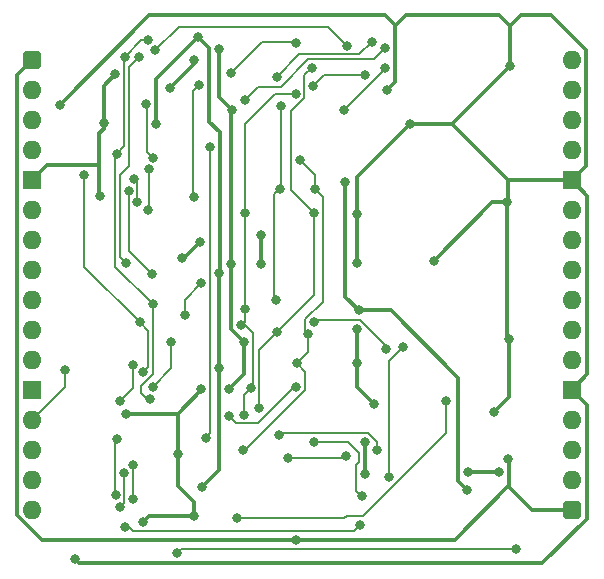
<source format=gbl>
%TF.GenerationSoftware,KiCad,Pcbnew,8.0.4*%
%TF.CreationDate,2024-09-09T19:28:37+02:00*%
%TF.ProjectId,Main Memory Abort,4d61696e-204d-4656-9d6f-72792041626f,V0*%
%TF.SameCoordinates,PX54c81a0PY37b6b20*%
%TF.FileFunction,Copper,L2,Bot*%
%TF.FilePolarity,Positive*%
%FSLAX46Y46*%
G04 Gerber Fmt 4.6, Leading zero omitted, Abs format (unit mm)*
G04 Created by KiCad (PCBNEW 8.0.4) date 2024-09-09 19:28:37*
%MOMM*%
%LPD*%
G01*
G04 APERTURE LIST*
G04 Aperture macros list*
%AMRoundRect*
0 Rectangle with rounded corners*
0 $1 Rounding radius*
0 $2 $3 $4 $5 $6 $7 $8 $9 X,Y pos of 4 corners*
0 Add a 4 corners polygon primitive as box body*
4,1,4,$2,$3,$4,$5,$6,$7,$8,$9,$2,$3,0*
0 Add four circle primitives for the rounded corners*
1,1,$1+$1,$2,$3*
1,1,$1+$1,$4,$5*
1,1,$1+$1,$6,$7*
1,1,$1+$1,$8,$9*
0 Add four rect primitives between the rounded corners*
20,1,$1+$1,$2,$3,$4,$5,0*
20,1,$1+$1,$4,$5,$6,$7,0*
20,1,$1+$1,$6,$7,$8,$9,0*
20,1,$1+$1,$8,$9,$2,$3,0*%
G04 Aperture macros list end*
%TA.AperFunction,ComponentPad*%
%ADD10RoundRect,0.400000X0.400000X0.400000X-0.400000X0.400000X-0.400000X-0.400000X0.400000X-0.400000X0*%
%TD*%
%TA.AperFunction,ComponentPad*%
%ADD11O,1.600000X1.600000*%
%TD*%
%TA.AperFunction,ComponentPad*%
%ADD12R,1.600000X1.600000*%
%TD*%
%TA.AperFunction,ComponentPad*%
%ADD13RoundRect,0.400000X-0.400000X-0.400000X0.400000X-0.400000X0.400000X0.400000X-0.400000X0.400000X0*%
%TD*%
%TA.AperFunction,ViaPad*%
%ADD14C,0.800000*%
%TD*%
%TA.AperFunction,Conductor*%
%ADD15C,0.200000*%
%TD*%
%TA.AperFunction,Conductor*%
%ADD16C,0.380000*%
%TD*%
G04 APERTURE END LIST*
D10*
%TO.P,J3,1,Pin_1*%
%TO.N,5V*%
X45720000Y-38100000D03*
D11*
%TO.P,J3,2,Pin_2*%
%TO.N,unconnected-(J3-Pin_2-Pad2)*%
X45720000Y-35560000D03*
%TO.P,J3,3,Pin_3*%
%TO.N,unconnected-(J3-Pin_3-Pad3)*%
X45720000Y-33020001D03*
%TO.P,J3,4,Pin_4*%
%TO.N,~{Set Contention}*%
X45720000Y-30480000D03*
D12*
%TO.P,J3,5,Pin_5*%
%TO.N,GND*%
X45720000Y-27940000D03*
D11*
%TO.P,J3,6,Pin_6*%
%TO.N,unconnected-(J3-Pin_6-Pad6)*%
X45720000Y-25400000D03*
%TO.P,J3,7,Pin_7*%
%TO.N,unconnected-(J3-Pin_7-Pad7)*%
X45720000Y-22860000D03*
%TO.P,J3,8,Pin_8*%
%TO.N,unconnected-(J3-Pin_8-Pad8)*%
X45720000Y-20319999D03*
%TO.P,J3,9,Pin_9*%
%TO.N,unconnected-(J3-Pin_9-Pad9)*%
X45720000Y-17780000D03*
%TO.P,J3,10,Pin_10*%
%TO.N,unconnected-(J3-Pin_10-Pad10)*%
X45720000Y-15240000D03*
%TO.P,J3,11,Pin_11*%
%TO.N,unconnected-(J3-Pin_11-Pad11)*%
X45720000Y-12700000D03*
D12*
%TO.P,J3,12,Pin_12*%
%TO.N,GND*%
X45720000Y-10160001D03*
D11*
%TO.P,J3,13,Pin_13*%
%TO.N,unconnected-(J3-Pin_13-Pad13)*%
X45720000Y-7620000D03*
%TO.P,J3,14,Pin_14*%
%TO.N,unconnected-(J3-Pin_14-Pad14)*%
X45720000Y-5080000D03*
%TO.P,J3,15,Pin_15*%
%TO.N,unconnected-(J3-Pin_15-Pad15)*%
X45720000Y-2540000D03*
%TO.P,J3,16,Pin_16*%
%TO.N,unconnected-(J3-Pin_16-Pad16)*%
X45720000Y-1D03*
%TD*%
D13*
%TO.P,J1,1,Pin_1*%
%TO.N,5V*%
X0Y0D03*
D11*
%TO.P,J1,2,Pin_2*%
%TO.N,unconnected-(J1-Pin_2-Pad2)*%
X0Y-2540000D03*
%TO.P,J1,3,Pin_3*%
%TO.N,unconnected-(J1-Pin_3-Pad3)*%
X0Y-5080000D03*
%TO.P,J1,4,Pin_4*%
%TO.N,~{Main}0*%
X0Y-7620000D03*
D12*
%TO.P,J1,5,Pin_5*%
%TO.N,GND*%
X0Y-10160000D03*
D11*
%TO.P,J1,6,Pin_6*%
%TO.N,~{Main}1*%
X0Y-12700000D03*
%TO.P,J1,7,Pin_7*%
%TO.N,~{Main}2*%
X0Y-15240000D03*
%TO.P,J1,8,Pin_8*%
%TO.N,~{Main}3*%
X0Y-17780000D03*
%TO.P,J1,9,Pin_9*%
%TO.N,~{Main}4*%
X0Y-20320000D03*
%TO.P,J1,10,Pin_10*%
%TO.N,~{Main}5*%
X0Y-22860000D03*
%TO.P,J1,11,Pin_11*%
%TO.N,~{Main}6*%
X0Y-25400000D03*
D12*
%TO.P,J1,12,Pin_12*%
%TO.N,GND*%
X0Y-27940000D03*
D11*
%TO.P,J1,13,Pin_13*%
%TO.N,~{Main}7*%
X0Y-30480000D03*
%TO.P,J1,14,Pin_14*%
%TO.N,unconnected-(J1-Pin_14-Pad14)*%
X0Y-33020000D03*
%TO.P,J1,15,Pin_15*%
%TO.N,unconnected-(J1-Pin_15-Pad15)*%
X0Y-35560000D03*
%TO.P,J1,16,Pin_16*%
%TO.N,unconnected-(J1-Pin_16-Pad16)*%
X0Y-38100000D03*
%TD*%
D14*
%TO.N,~{Set Contention}*%
X41021000Y-41384000D03*
%TO.N,GND*%
X3683000Y-42291000D03*
X30099000Y-2540000D03*
X2413000Y-3810000D03*
X12359508Y-33401000D03*
%TO.N,/(~{0+1})\u2022(~{0+2})\u2022(~{0+3})\u2022(~{0+4})\u2022(~{0+5})\u2022(~{0+6})\u2022(~{0+7})\u2022(~{6+7})*%
X7811529Y-34979377D03*
%TO.N,Net-(IC13-Y)*%
X7238999Y-32131001D03*
X14732000Y-32004000D03*
%TO.N,GND*%
X28956000Y-29174000D03*
%TO.N,/~{1+6}*%
X8656548Y-10110737D03*
X8932636Y-12065000D03*
%TO.N,GND*%
X12752029Y-16749000D03*
X14242695Y-15418730D03*
%TO.N,~{Main}7*%
X2794000Y-26289000D03*
%TO.N,GND*%
X16867700Y-17272000D03*
X19431000Y-14859000D03*
X19431000Y-17272000D03*
X34036000Y-17018000D03*
X40259000Y-12065002D03*
X36957000Y-34925000D03*
X39576690Y-34920014D03*
X28194006Y-35052006D03*
X28194000Y-32385000D03*
%TO.N,Net-(IC14-Y)*%
X30226000Y-35306000D03*
X8603530Y-34290000D03*
%TO.N,GND*%
X11684000Y-2413000D03*
X13716004Y-8D03*
%TO.N,/3.3V*%
X10540988Y-5461000D03*
%TO.N,GND*%
X6096000Y-5334000D03*
%TO.N,/~{Main}B5*%
X10242716Y-8299284D03*
X9700571Y-3779996D03*
%TO.N,GND*%
X8000996Y-29971992D03*
X14351000Y-27853500D03*
%TO.N,/~{Main}B6*%
X14379145Y-18894855D03*
X12954000Y-21590000D03*
%TO.N,GND*%
X40386000Y-23622000D03*
X39144284Y-29790353D03*
X27507828Y-25654000D03*
X27507828Y-22808824D03*
%TO.N,/~{Main}B5*%
X23367998Y-23189827D03*
%TO.N,/~{Main}B6*%
X10030400Y-28714000D03*
X10253498Y-20701000D03*
X9823087Y1635691D03*
X7874000Y254000D03*
X7251000Y-7940999D03*
%TO.N,/(~{0+1})\u2022(~{0+2})\u2022(~{0+3})\u2022(~{0+4})\u2022(~{0+5})\u2022(~{0+6})\u2022(~{0+7})\u2022(~{6+7})*%
X7492232Y-37856875D03*
%TO.N,/(~{1+2})\u2022(~{1+3})\u2022(~{1+4})\u2022(~{1+5})\u2022(~{1+6})\u2022(~{1+7})\u2022(~{5+6})\u2022(~{5+7})*%
X7874000Y-39520624D03*
X27813000Y-39370000D03*
%TO.N,/~{3+5}*%
X26610502Y-33528000D03*
X21685957Y-33686045D03*
%TO.N,/~{3+4}*%
X29216080Y-33006536D03*
X20955000Y-31783100D03*
%TO.N,/~{3+7}*%
X27940000Y-36957000D03*
X23910500Y-32360200D03*
%TO.N,/~{4+5}*%
X7460903Y-28923903D03*
X8570739Y-25868583D03*
%TO.N,/~{4+7}*%
X10251206Y-27687477D03*
X11823031Y-23935219D03*
%TO.N,/~{4+6}*%
X16739600Y-30172700D03*
X22365770Y-27674000D03*
%TO.N,/~{2+6}*%
X29972000Y-24511000D03*
X23946739Y-22241968D03*
%TO.N,/~{5+7}*%
X9906000Y-9271000D03*
X9890504Y-12680994D03*
%TO.N,/~{6+7}*%
X26666300Y1199000D03*
X10462495Y802827D03*
%TO.N,/~{0+7}*%
X22351998Y1397000D03*
X16891497Y-1143503D03*
%TO.N,/~{Main}B5*%
X23950200Y-10919000D03*
X22428385Y-25704615D03*
X17896500Y-33050000D03*
X22733000Y-8509000D03*
%TO.N,/~{0+3}*%
X29894000Y-731880D03*
X26460842Y-4222477D03*
%TO.N,/~{0+2}*%
X29955240Y995700D03*
X18057800Y-3411000D03*
%TO.N,/~{0+4}*%
X28245336Y-1300999D03*
X23826622Y-2201000D03*
%TO.N,/~{0+1}*%
X28829000Y1524000D03*
X20736300Y-1491700D03*
%TO.N,Net-(IC15-Y)*%
X17400700Y-38803400D03*
X35052000Y-28871300D03*
%TO.N,Net-(IC14-Y)*%
X8603530Y-37211000D03*
X31455231Y-24298569D03*
%TO.N,Net-(IC13-Y)*%
X7153530Y-36863000D03*
X15101000Y-7366000D03*
%TO.N,/~{Main}B7*%
X9144000Y-22225000D03*
X9469526Y-26411435D03*
X4445000Y-9779004D03*
%TO.N,/~{Main}B4*%
X19274800Y-29451300D03*
X20770800Y-23087800D03*
X23948300Y-13004700D03*
X23731805Y-701000D03*
%TO.N,/~{Main}B2*%
X20987600Y-10945200D03*
X21123905Y-3886409D03*
X20701000Y-20320000D03*
%TO.N,/~{Main}B1*%
X10167300Y-18121600D03*
X8232636Y-11071364D03*
X13716000Y-11588000D03*
X14208822Y-2099160D03*
%TO.N,/~{Main}B0*%
X9102258Y242000D03*
X8001000Y-17191900D03*
%TO.N,5V*%
X22383545Y-40643400D03*
X40345113Y-33775000D03*
%TO.N,GND*%
X7072595Y-1203156D03*
X16963193Y-4251003D03*
X15891676Y889000D03*
X16715000Y-27853500D03*
X18001100Y-23928300D03*
X27559000Y-13081000D03*
X27559000Y-17179900D03*
X40513000Y-508000D03*
X32004006Y-5461000D03*
X5808000Y-11557000D03*
%TO.N,/~{Main}B3*%
X18056500Y-21071900D03*
X18573000Y-27824000D03*
X17745600Y-22487200D03*
X18056500Y-12970600D03*
X22369948Y-2903052D03*
X17991300Y-30044100D03*
%TO.N,/3.3V*%
X15875000Y-26094650D03*
X27686000Y-21202000D03*
X26543000Y-10384000D03*
X36894318Y-36425000D03*
X14092043Y1942000D03*
X14447794Y-36167030D03*
X15875000Y-18034000D03*
%TO.N,~{Set Contention}*%
X12271320Y-41734000D03*
%TO.N,GND*%
X13716000Y-38608000D03*
X9398000Y-39116000D03*
%TD*%
D15*
%TO.N,/~{Main}B5*%
X23176700Y-27923731D02*
X18050431Y-33050000D01*
X23176700Y-26452930D02*
X23176700Y-27923731D01*
X22428385Y-25704615D02*
X23176700Y-26452930D01*
X18050431Y-33050000D02*
X17896500Y-33050000D01*
X23367998Y-24765002D02*
X23367998Y-23189827D01*
X22428385Y-25704615D02*
X23367998Y-24765002D01*
D16*
%TO.N,GND*%
X27507828Y-27725828D02*
X28956000Y-29174000D01*
X27507828Y-25654000D02*
X27507828Y-27725828D01*
D15*
%TO.N,/~{4+6}*%
X22215500Y-27674000D02*
X22365770Y-27674000D01*
X19143700Y-30745800D02*
X22215500Y-27674000D01*
X17312700Y-30745800D02*
X19143700Y-30745800D01*
X16739600Y-30172700D02*
X17312700Y-30745800D01*
D16*
%TO.N,GND*%
X27507828Y-22808824D02*
X27507828Y-25654000D01*
D15*
%TO.N,/~{Main}B5*%
X23170531Y-22992360D02*
X23367998Y-23189827D01*
X23170531Y-21986297D02*
X23170531Y-22992360D01*
X23950200Y-10919000D02*
X24650000Y-11618800D01*
X24650000Y-20506828D02*
X23170531Y-21986297D01*
X24650000Y-11618800D02*
X24650000Y-20506828D01*
%TO.N,/~{2+6}*%
X24129883Y-22058824D02*
X23946739Y-22241968D01*
X29972000Y-24257000D02*
X27773824Y-22058824D01*
X27773824Y-22058824D02*
X24129883Y-22058824D01*
X29972000Y-24511000D02*
X29972000Y-24257000D01*
%TO.N,/~{Main}B5*%
X23950200Y-9726200D02*
X22733000Y-8509000D01*
X23950200Y-10919000D02*
X23950200Y-9726200D01*
%TO.N,Net-(IC13-Y)*%
X15101000Y-31635000D02*
X15101000Y-7366000D01*
X14732000Y-32004000D02*
X15101000Y-31635000D01*
%TO.N,/~{Main}B1*%
X13683993Y-11555993D02*
X13716000Y-11588000D01*
X13683993Y-2623989D02*
X13683993Y-11555993D01*
X14208822Y-2099160D02*
X13683993Y-2623989D01*
D16*
%TO.N,GND*%
X46987808Y-29207808D02*
X45720000Y-27940000D01*
X46987808Y-38864192D02*
X46987808Y-29207808D01*
X43249519Y-42602481D02*
X46987808Y-38864192D01*
X3994481Y-42602481D02*
X43249519Y-42602481D01*
X3683000Y-42291000D02*
X3994481Y-42602481D01*
D15*
%TO.N,~{Set Contention}*%
X41021000Y-41384000D02*
X12621320Y-41384000D01*
D16*
%TO.N,GND*%
X31684271Y3748791D02*
X30795240Y2859760D01*
X40513000Y2826896D02*
X39591105Y3748791D01*
X39591105Y3748791D02*
X31684271Y3748791D01*
X9971791Y3748791D02*
X29906209Y3748791D01*
X2413000Y-3810000D02*
X9971791Y3748791D01*
X29906209Y3748791D02*
X30734000Y2921000D01*
X46910000Y842000D02*
X46910000Y-8970001D01*
X44003209Y3748791D02*
X46910000Y842000D01*
X41434895Y3748791D02*
X44003209Y3748791D01*
X40513000Y2826896D02*
X41434895Y3748791D01*
X46910000Y-8970001D02*
X45720000Y-10160001D01*
X40513000Y2732791D02*
X40513000Y2826896D01*
D15*
%TO.N,/~{0+2}*%
X23421144Y49000D02*
X29008540Y49000D01*
X21105144Y-2267000D02*
X23421144Y49000D01*
X29008540Y49000D02*
X29955240Y995700D01*
X19201800Y-2267000D02*
X21105144Y-2267000D01*
X18057800Y-3411000D02*
X19201800Y-2267000D01*
%TO.N,/~{0+1}*%
X27754000Y449000D02*
X28829000Y1524000D01*
X22677000Y449000D02*
X27754000Y449000D01*
X20736300Y-1491700D02*
X22677000Y449000D01*
D16*
%TO.N,GND*%
X30795240Y2859760D02*
X30734000Y2921000D01*
X30795240Y-1843760D02*
X30795240Y2859760D01*
X30099000Y-2540000D02*
X30795240Y-1843760D01*
D15*
%TO.N,/~{0+3}*%
X29894000Y-789319D02*
X29894000Y-731880D01*
X26460842Y-4222477D02*
X29894000Y-789319D01*
%TO.N,/~{0+4}*%
X24726623Y-1300999D02*
X23826622Y-2201000D01*
X28245336Y-1300999D02*
X24726623Y-1300999D01*
D16*
%TO.N,GND*%
X40513000Y-508000D02*
X40513000Y2732791D01*
%TO.N,5V*%
X22380145Y-40640000D02*
X22383545Y-40643400D01*
X-1270000Y-38512915D02*
X857085Y-40640000D01*
X-1270000Y-1270000D02*
X-1270000Y-38512915D01*
X0Y0D02*
X-1270000Y-1270000D01*
X857085Y-40640000D02*
X22380145Y-40640000D01*
%TO.N,GND*%
X12359508Y-33401000D02*
X12359508Y-29971992D01*
X12359508Y-36108508D02*
X12359508Y-33401000D01*
X13716000Y-37465000D02*
X12359508Y-36108508D01*
X13716000Y-38608000D02*
X13716000Y-37465000D01*
D15*
%TO.N,Net-(IC13-Y)*%
X7061527Y-32308473D02*
X7238999Y-32131001D01*
X7061527Y-36770997D02*
X7061527Y-32308473D01*
X7153530Y-36863000D02*
X7061527Y-36770997D01*
%TO.N,/(~{0+1})\u2022(~{0+2})\u2022(~{0+3})\u2022(~{0+4})\u2022(~{0+5})\u2022(~{0+6})\u2022(~{0+7})\u2022(~{6+7})*%
X7853530Y-37495577D02*
X7853530Y-35021378D01*
X7492232Y-37856875D02*
X7853530Y-37495577D01*
%TO.N,Net-(IC14-Y)*%
X8603530Y-37211000D02*
X8603530Y-34290000D01*
%TO.N,/(~{0+1})\u2022(~{0+2})\u2022(~{0+3})\u2022(~{0+4})\u2022(~{0+5})\u2022(~{0+6})\u2022(~{0+7})\u2022(~{6+7})*%
X7853530Y-35021378D02*
X7811529Y-34979377D01*
D16*
%TO.N,/3.3V*%
X15875000Y-34739824D02*
X14447794Y-36167030D01*
X15875000Y-26094650D02*
X15875000Y-34739824D01*
D15*
%TO.N,/(~{1+2})\u2022(~{1+3})\u2022(~{1+4})\u2022(~{1+5})\u2022(~{1+6})\u2022(~{1+7})\u2022(~{5+6})\u2022(~{5+7})*%
X8624000Y-39866000D02*
X8278624Y-39520624D01*
X27317000Y-39866000D02*
X8624000Y-39866000D01*
X27813000Y-39370000D02*
X27317000Y-39866000D01*
X8278624Y-39520624D02*
X7874000Y-39520624D01*
D16*
%TO.N,GND*%
X12359508Y-29971992D02*
X14351000Y-27980500D01*
X14351000Y-27980500D02*
X14351000Y-27853500D01*
X8000996Y-29971992D02*
X12359508Y-29971992D01*
%TO.N,/3.3V*%
X15051676Y-5239736D02*
X15941000Y-6129060D01*
X15051676Y982367D02*
X15051676Y-5239736D01*
X15941000Y-6129060D02*
X15941000Y-17968000D01*
X15941000Y-17968000D02*
X15875000Y-18034000D01*
X14092043Y1942000D02*
X15051676Y982367D01*
D15*
%TO.N,/~{5+7}*%
X9906000Y-9271000D02*
X9906000Y-12665498D01*
X9906000Y-12665498D02*
X9890504Y-12680994D01*
%TO.N,/~{1+6}*%
X8932636Y-10386825D02*
X8656548Y-10110737D01*
X8932636Y-12065000D02*
X8932636Y-10386825D01*
%TO.N,/~{Main}B6*%
X7082636Y-8109363D02*
X7251000Y-7940999D01*
X7082636Y-17530138D02*
X7082636Y-8109363D01*
X10253498Y-20701000D02*
X7082636Y-17530138D01*
%TO.N,/~{Main}B0*%
X8262000Y-598258D02*
X9102258Y242000D01*
X7482636Y-9789364D02*
X8262000Y-9010000D01*
X8001000Y-17191900D02*
X7482636Y-16673536D01*
%TO.N,/~{Main}B1*%
X10167300Y-18121600D02*
X8232636Y-16186936D01*
%TO.N,/~{Main}B0*%
X8262000Y-9010000D02*
X8262000Y-598258D01*
%TO.N,/~{Main}B1*%
X8232636Y-16186936D02*
X8232636Y-11071364D01*
%TO.N,/~{Main}B0*%
X7482636Y-16673536D02*
X7482636Y-9789364D01*
D16*
%TO.N,GND*%
X12752029Y-16749000D02*
X12912425Y-16749000D01*
X12912425Y-16749000D02*
X14242695Y-15418730D01*
D15*
%TO.N,~{Set Contention}*%
X12621320Y-41384000D02*
X12271320Y-41734000D01*
%TO.N,~{Main}7*%
X2794000Y-27686000D02*
X2794000Y-26289000D01*
X0Y-30480000D02*
X2794000Y-27686000D01*
D16*
%TO.N,GND*%
X16867700Y-4346496D02*
X16963193Y-4251003D01*
X15891676Y-3179486D02*
X16963193Y-4251003D01*
X15891676Y889000D02*
X15891676Y-3179486D01*
X16867700Y-17272000D02*
X16867700Y-4346496D01*
X40259000Y-23495000D02*
X40259000Y-12065002D01*
X40386000Y-23622000D02*
X40259000Y-23495000D01*
X38988998Y-12065002D02*
X40259000Y-12065002D01*
X34036000Y-17018000D02*
X38988998Y-12065002D01*
X40292701Y-12031301D02*
X40259000Y-12065002D01*
X40292701Y-10160001D02*
X40292701Y-12031301D01*
X47058000Y-26602000D02*
X47058000Y-11498001D01*
X47058000Y-11498001D02*
X45720000Y-10160001D01*
X45720000Y-27940000D02*
X47058000Y-26602000D01*
X40513000Y-541700D02*
X40513000Y-508000D01*
X35593700Y-5461000D02*
X40513000Y-541700D01*
X35593700Y-5461000D02*
X40292701Y-10160001D01*
X40292701Y-10160001D02*
X45720000Y-10160001D01*
X32004006Y-5461000D02*
X35593700Y-5461000D01*
X27559000Y-9906006D02*
X32004006Y-5461000D01*
X27559000Y-13081000D02*
X27559000Y-9906006D01*
X16867700Y-22794900D02*
X16867700Y-17272000D01*
%TO.N,/3.3V*%
X15875000Y-26094650D02*
X15875000Y-18034000D01*
D15*
%TO.N,/~{Main}B6*%
X12954000Y-20320000D02*
X12954000Y-21590000D01*
X14379145Y-18894855D02*
X12954000Y-20320000D01*
D16*
%TO.N,GND*%
X19431000Y-17272000D02*
X19431000Y-14859000D01*
X27559000Y-13081000D02*
X27559000Y-17179900D01*
D15*
%TO.N,/~{0+7}*%
X22264198Y1484800D02*
X22351998Y1397000D01*
X19519800Y1484800D02*
X22264198Y1484800D01*
X16891497Y-1143503D02*
X19519800Y1484800D01*
D16*
%TO.N,GND*%
X36961986Y-34920014D02*
X36957000Y-34925000D01*
X39576690Y-34920014D02*
X36961986Y-34920014D01*
%TO.N,/3.3V*%
X36117000Y-35647682D02*
X36894318Y-36425000D01*
X36117000Y-26930000D02*
X36117000Y-35647682D01*
X27686000Y-21202000D02*
X30389000Y-21202000D01*
%TO.N,5V*%
X40416690Y-36037310D02*
X40345113Y-36108887D01*
%TO.N,/3.3V*%
X30389000Y-21202000D02*
X36117000Y-26930000D01*
%TO.N,5V*%
X40416690Y-33846577D02*
X40416690Y-36037310D01*
X40345113Y-33775000D02*
X40416690Y-33846577D01*
X42336226Y-38100000D02*
X40345113Y-36108887D01*
X45720000Y-38100000D02*
X42336226Y-38100000D01*
D15*
%TO.N,/~{3+5}*%
X26610502Y-33528000D02*
X26452457Y-33686045D01*
X26452457Y-33686045D02*
X21685957Y-33686045D01*
%TO.N,/~{3+4}*%
X21103100Y-31635000D02*
X20955000Y-31783100D01*
X28504661Y-31635000D02*
X21103100Y-31635000D01*
X29216080Y-32346419D02*
X28504661Y-31635000D01*
X29216080Y-33006536D02*
X29216080Y-32346419D01*
D16*
%TO.N,GND*%
X28196272Y-35049740D02*
X28194006Y-35052006D01*
X28196272Y-32387272D02*
X28196272Y-35049740D01*
D15*
%TO.N,/~{3+7}*%
X27458506Y-36475506D02*
X27940000Y-36957000D01*
X27706272Y-34092740D02*
X27458506Y-34340506D01*
D16*
%TO.N,GND*%
X28194000Y-32385000D02*
X28196272Y-32387272D01*
D15*
%TO.N,/~{3+7}*%
X23910500Y-32360200D02*
X26770535Y-32360200D01*
X27458506Y-34340506D02*
X27458506Y-36475506D01*
X27706272Y-33295937D02*
X27706272Y-34092740D01*
X26770535Y-32360200D02*
X27706272Y-33295937D01*
D16*
%TO.N,GND*%
X9906000Y-38608000D02*
X9398000Y-39116000D01*
X13716000Y-38608000D02*
X9906000Y-38608000D01*
D15*
%TO.N,Net-(IC14-Y)*%
X30226000Y-35306000D02*
X30226000Y-25527800D01*
X30226000Y-25527800D02*
X31455231Y-24298569D01*
%TO.N,Net-(IC15-Y)*%
X28013400Y-38608000D02*
X35052000Y-31569400D01*
X26682300Y-38608000D02*
X28013400Y-38608000D01*
X26486900Y-38803400D02*
X26682300Y-38608000D01*
X35052000Y-31569400D02*
X35052000Y-28871300D01*
X17400700Y-38803400D02*
X26486900Y-38803400D01*
%TO.N,/~{Main}B2*%
X21123905Y-10808895D02*
X21123905Y-3886409D01*
X20987600Y-10945200D02*
X21123905Y-10808895D01*
%TO.N,/~{6+7}*%
X12441668Y2782000D02*
X25083300Y2782000D01*
X25083300Y2782000D02*
X26666300Y1199000D01*
X10462495Y802827D02*
X12441668Y2782000D01*
%TO.N,/~{Main}B4*%
X23102000Y-1330805D02*
X23731805Y-701000D01*
X23102000Y-3231661D02*
X23102000Y-1330805D01*
X21969900Y-4363761D02*
X23102000Y-3231661D01*
X21969900Y-11026300D02*
X21969900Y-4363761D01*
X23948300Y-13004700D02*
X21969900Y-11026300D01*
%TO.N,/~{Main}B3*%
X18056500Y-5438500D02*
X20591948Y-2903052D01*
X18056500Y-12970600D02*
X18056500Y-5438500D01*
X20591948Y-2903052D02*
X22369948Y-2903052D01*
%TO.N,/~{Main}B6*%
X7862000Y-7329999D02*
X7862000Y242000D01*
X7251000Y-7940999D02*
X7862000Y-7329999D01*
X9823087Y1635691D02*
X9255691Y1635691D01*
X7862000Y242000D02*
X7874000Y254000D01*
X9255691Y1635691D02*
X7874000Y254000D01*
D16*
%TO.N,GND*%
X6096000Y-2179751D02*
X7072595Y-1203156D01*
X6096000Y-5334000D02*
X6096000Y-2179751D01*
X13716004Y-380996D02*
X13716004Y-8D01*
X11684000Y-2413000D02*
X13716004Y-380996D01*
D15*
%TO.N,/~{Main}B5*%
X9790998Y-3870423D02*
X9700571Y-3779996D01*
X9790998Y-7847566D02*
X9790998Y-3870423D01*
X10242716Y-8299284D02*
X9790998Y-7847566D01*
D16*
%TO.N,/3.3V*%
X10540988Y-5461000D02*
X10540988Y-1609055D01*
X10540988Y-1609055D02*
X14092043Y1942000D01*
%TO.N,GND*%
X1270000Y-8890000D02*
X5720900Y-8890000D01*
X0Y-10160000D02*
X1270000Y-8890000D01*
X6096000Y-5334000D02*
X6096000Y-5842000D01*
X6096000Y-5842000D02*
X5720900Y-6217100D01*
X5720900Y-6217100D02*
X5720900Y-11469900D01*
X5720900Y-11469900D02*
X5808000Y-11557000D01*
D15*
%TO.N,/~{Main}B7*%
X4445000Y-17526000D02*
X4445000Y-9779004D01*
X9144000Y-22225000D02*
X4445000Y-17526000D01*
%TO.N,/~{4+5}*%
X8570739Y-27814067D02*
X7460903Y-28923903D01*
X8570739Y-25868583D02*
X8570739Y-27814067D01*
D16*
%TO.N,GND*%
X18001100Y-26567400D02*
X16715000Y-27853500D01*
X18001100Y-23928300D02*
X18001100Y-26567400D01*
D15*
%TO.N,/~{4+7}*%
X11823031Y-26115652D02*
X10251206Y-27687477D01*
%TO.N,/~{Main}B6*%
X9791000Y-28714000D02*
X10030400Y-28714000D01*
X9271000Y-27661440D02*
X9271000Y-28194000D01*
X9271000Y-28194000D02*
X9791000Y-28714000D01*
X10287000Y-26645440D02*
X9271000Y-27661440D01*
%TO.N,/~{4+7}*%
X11823031Y-23935219D02*
X11823031Y-26115652D01*
%TO.N,/~{Main}B6*%
X10253498Y-20701000D02*
X10287000Y-20734502D01*
X10287000Y-20734502D02*
X10287000Y-26645440D01*
%TO.N,/~{Main}B3*%
X18056500Y-22176300D02*
X17745600Y-22487200D01*
X18056500Y-21071900D02*
X18056500Y-22176300D01*
D16*
%TO.N,5V*%
X35814200Y-40639800D02*
X40345113Y-36108887D01*
X22387145Y-40639800D02*
X35814200Y-40639800D01*
X22383545Y-40643400D02*
X22387145Y-40639800D01*
%TO.N,GND*%
X40386000Y-28548637D02*
X40386000Y-23622000D01*
X39144284Y-29790353D02*
X40386000Y-28548637D01*
%TO.N,/3.3V*%
X26543000Y-20059000D02*
X26543000Y-10384000D01*
X27686000Y-21202000D02*
X26543000Y-20059000D01*
D15*
%TO.N,/~{Main}B2*%
X20546000Y-20165000D02*
X20701000Y-20320000D01*
X20546000Y-11386800D02*
X20546000Y-20165000D01*
X20987600Y-10945200D02*
X20546000Y-11386800D01*
%TO.N,/~{Main}B7*%
X9853498Y-26027463D02*
X9469526Y-26411435D01*
X9853498Y-22934498D02*
X9853498Y-26027463D01*
X9144000Y-22225000D02*
X9853498Y-22934498D01*
%TO.N,/~{Main}B4*%
X19274800Y-24583800D02*
X19274800Y-29451300D01*
X20770800Y-23087800D02*
X19274800Y-24583800D01*
X23948300Y-19910300D02*
X23948300Y-13004700D01*
X20770800Y-23087800D02*
X23948300Y-19910300D01*
D16*
%TO.N,GND*%
X18001100Y-23928300D02*
X16867700Y-22794900D01*
D15*
%TO.N,/~{Main}B3*%
X18056500Y-22487200D02*
X17745600Y-22487200D01*
X18702800Y-27694200D02*
X18573000Y-27824000D01*
X18702800Y-23133500D02*
X18702800Y-27694200D01*
X18056500Y-22487200D02*
X18702800Y-23133500D01*
X17991300Y-28405700D02*
X17991300Y-30044100D01*
X18573000Y-27824000D02*
X17991300Y-28405700D01*
X18056500Y-21071900D02*
X18056500Y-12970600D01*
%TD*%
M02*

</source>
